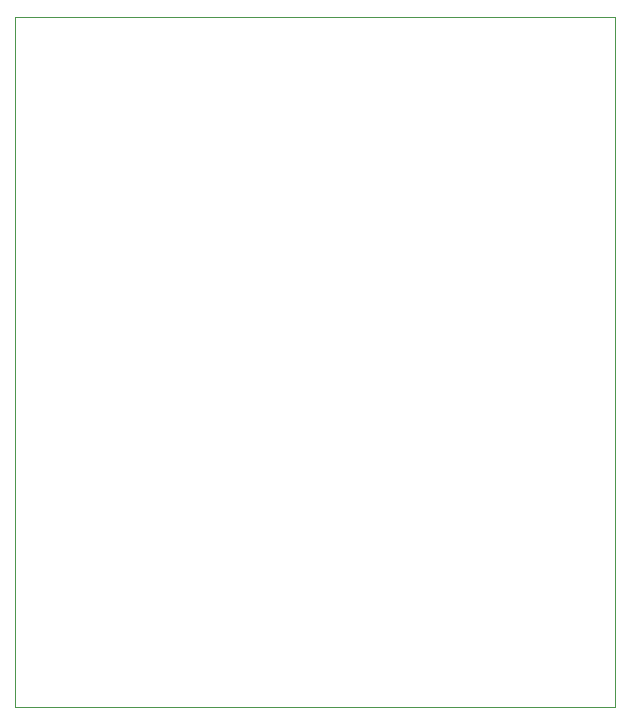
<source format=gko>
G75*
%MOIN*%
%OFA0B0*%
%FSLAX25Y25*%
%IPPOS*%
%LPD*%
%AMOC8*
5,1,8,0,0,1.08239X$1,22.5*
%
%ADD10C,0.00000*%
D10*
X0060661Y0005337D02*
X0060661Y0235337D01*
X0260661Y0235337D01*
X0260661Y0005337D01*
X0060661Y0005337D01*
M02*

</source>
